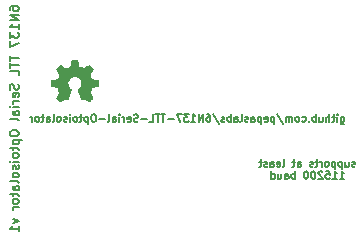
<source format=gbo>
G04 (created by PCBNEW (2013-07-07 BZR 4022)-stable) date 5/5/2015 11:01:01 PM*
%MOIN*%
G04 Gerber Fmt 3.4, Leading zero omitted, Abs format*
%FSLAX34Y34*%
G01*
G70*
G90*
G04 APERTURE LIST*
%ADD10C,0.00590551*%
%ADD11C,0.005*%
%ADD12C,0.006*%
%ADD13C,0.0001*%
G04 APERTURE END LIST*
G54D10*
G54D11*
X92089Y-26589D02*
X92065Y-26601D01*
X92017Y-26601D01*
X91994Y-26589D01*
X91982Y-26565D01*
X91982Y-26553D01*
X91994Y-26529D01*
X92017Y-26517D01*
X92053Y-26517D01*
X92077Y-26505D01*
X92089Y-26482D01*
X92089Y-26470D01*
X92077Y-26446D01*
X92053Y-26434D01*
X92017Y-26434D01*
X91994Y-26446D01*
X91767Y-26434D02*
X91767Y-26601D01*
X91875Y-26434D02*
X91875Y-26565D01*
X91863Y-26589D01*
X91839Y-26601D01*
X91803Y-26601D01*
X91779Y-26589D01*
X91767Y-26577D01*
X91648Y-26434D02*
X91648Y-26684D01*
X91648Y-26446D02*
X91625Y-26434D01*
X91577Y-26434D01*
X91553Y-26446D01*
X91541Y-26458D01*
X91529Y-26482D01*
X91529Y-26553D01*
X91541Y-26577D01*
X91553Y-26589D01*
X91577Y-26601D01*
X91625Y-26601D01*
X91648Y-26589D01*
X91422Y-26434D02*
X91422Y-26684D01*
X91422Y-26446D02*
X91398Y-26434D01*
X91351Y-26434D01*
X91327Y-26446D01*
X91315Y-26458D01*
X91303Y-26482D01*
X91303Y-26553D01*
X91315Y-26577D01*
X91327Y-26589D01*
X91351Y-26601D01*
X91398Y-26601D01*
X91422Y-26589D01*
X91160Y-26601D02*
X91184Y-26589D01*
X91196Y-26577D01*
X91208Y-26553D01*
X91208Y-26482D01*
X91196Y-26458D01*
X91184Y-26446D01*
X91160Y-26434D01*
X91125Y-26434D01*
X91101Y-26446D01*
X91089Y-26458D01*
X91077Y-26482D01*
X91077Y-26553D01*
X91089Y-26577D01*
X91101Y-26589D01*
X91125Y-26601D01*
X91160Y-26601D01*
X90970Y-26601D02*
X90970Y-26434D01*
X90970Y-26482D02*
X90958Y-26458D01*
X90946Y-26446D01*
X90922Y-26434D01*
X90898Y-26434D01*
X90851Y-26434D02*
X90755Y-26434D01*
X90815Y-26351D02*
X90815Y-26565D01*
X90803Y-26589D01*
X90779Y-26601D01*
X90755Y-26601D01*
X90684Y-26589D02*
X90660Y-26601D01*
X90613Y-26601D01*
X90589Y-26589D01*
X90577Y-26565D01*
X90577Y-26553D01*
X90589Y-26529D01*
X90613Y-26517D01*
X90648Y-26517D01*
X90672Y-26505D01*
X90684Y-26482D01*
X90684Y-26470D01*
X90672Y-26446D01*
X90648Y-26434D01*
X90613Y-26434D01*
X90589Y-26446D01*
X90172Y-26601D02*
X90172Y-26470D01*
X90184Y-26446D01*
X90208Y-26434D01*
X90255Y-26434D01*
X90279Y-26446D01*
X90172Y-26589D02*
X90196Y-26601D01*
X90255Y-26601D01*
X90279Y-26589D01*
X90291Y-26565D01*
X90291Y-26541D01*
X90279Y-26517D01*
X90255Y-26505D01*
X90196Y-26505D01*
X90172Y-26494D01*
X90089Y-26434D02*
X89994Y-26434D01*
X90053Y-26351D02*
X90053Y-26565D01*
X90041Y-26589D01*
X90017Y-26601D01*
X89994Y-26601D01*
X89684Y-26601D02*
X89708Y-26589D01*
X89720Y-26565D01*
X89720Y-26351D01*
X89494Y-26589D02*
X89517Y-26601D01*
X89565Y-26601D01*
X89589Y-26589D01*
X89601Y-26565D01*
X89601Y-26470D01*
X89589Y-26446D01*
X89565Y-26434D01*
X89517Y-26434D01*
X89494Y-26446D01*
X89482Y-26470D01*
X89482Y-26494D01*
X89601Y-26517D01*
X89267Y-26601D02*
X89267Y-26470D01*
X89279Y-26446D01*
X89303Y-26434D01*
X89351Y-26434D01*
X89374Y-26446D01*
X89267Y-26589D02*
X89291Y-26601D01*
X89351Y-26601D01*
X89374Y-26589D01*
X89386Y-26565D01*
X89386Y-26541D01*
X89374Y-26517D01*
X89351Y-26505D01*
X89291Y-26505D01*
X89267Y-26494D01*
X89160Y-26589D02*
X89136Y-26601D01*
X89089Y-26601D01*
X89065Y-26589D01*
X89053Y-26565D01*
X89053Y-26553D01*
X89065Y-26529D01*
X89089Y-26517D01*
X89124Y-26517D01*
X89148Y-26505D01*
X89160Y-26482D01*
X89160Y-26470D01*
X89148Y-26446D01*
X89124Y-26434D01*
X89089Y-26434D01*
X89065Y-26446D01*
X88982Y-26434D02*
X88886Y-26434D01*
X88946Y-26351D02*
X88946Y-26565D01*
X88934Y-26589D01*
X88910Y-26601D01*
X88886Y-26601D01*
X91571Y-27001D02*
X91714Y-27001D01*
X91642Y-27001D02*
X91642Y-26751D01*
X91666Y-26786D01*
X91690Y-26810D01*
X91714Y-26822D01*
X91333Y-27001D02*
X91476Y-27001D01*
X91404Y-27001D02*
X91404Y-26751D01*
X91428Y-26786D01*
X91452Y-26810D01*
X91476Y-26822D01*
X91107Y-26751D02*
X91226Y-26751D01*
X91238Y-26870D01*
X91226Y-26858D01*
X91202Y-26846D01*
X91142Y-26846D01*
X91119Y-26858D01*
X91107Y-26870D01*
X91095Y-26894D01*
X91095Y-26953D01*
X91107Y-26977D01*
X91119Y-26989D01*
X91142Y-27001D01*
X91202Y-27001D01*
X91226Y-26989D01*
X91238Y-26977D01*
X91000Y-26775D02*
X90988Y-26763D01*
X90964Y-26751D01*
X90904Y-26751D01*
X90880Y-26763D01*
X90869Y-26775D01*
X90857Y-26798D01*
X90857Y-26822D01*
X90869Y-26858D01*
X91011Y-27001D01*
X90857Y-27001D01*
X90702Y-26751D02*
X90678Y-26751D01*
X90654Y-26763D01*
X90642Y-26775D01*
X90630Y-26798D01*
X90619Y-26846D01*
X90619Y-26905D01*
X90630Y-26953D01*
X90642Y-26977D01*
X90654Y-26989D01*
X90678Y-27001D01*
X90702Y-27001D01*
X90726Y-26989D01*
X90738Y-26977D01*
X90750Y-26953D01*
X90761Y-26905D01*
X90761Y-26846D01*
X90750Y-26798D01*
X90738Y-26775D01*
X90726Y-26763D01*
X90702Y-26751D01*
X90464Y-26751D02*
X90440Y-26751D01*
X90416Y-26763D01*
X90404Y-26775D01*
X90392Y-26798D01*
X90380Y-26846D01*
X90380Y-26905D01*
X90392Y-26953D01*
X90404Y-26977D01*
X90416Y-26989D01*
X90440Y-27001D01*
X90464Y-27001D01*
X90488Y-26989D01*
X90500Y-26977D01*
X90511Y-26953D01*
X90523Y-26905D01*
X90523Y-26846D01*
X90511Y-26798D01*
X90500Y-26775D01*
X90488Y-26763D01*
X90464Y-26751D01*
X90083Y-27001D02*
X90083Y-26751D01*
X90083Y-26846D02*
X90059Y-26834D01*
X90011Y-26834D01*
X89988Y-26846D01*
X89976Y-26858D01*
X89964Y-26882D01*
X89964Y-26953D01*
X89976Y-26977D01*
X89988Y-26989D01*
X90011Y-27001D01*
X90059Y-27001D01*
X90083Y-26989D01*
X89750Y-27001D02*
X89750Y-26870D01*
X89761Y-26846D01*
X89785Y-26834D01*
X89833Y-26834D01*
X89857Y-26846D01*
X89750Y-26989D02*
X89773Y-27001D01*
X89833Y-27001D01*
X89857Y-26989D01*
X89869Y-26965D01*
X89869Y-26941D01*
X89857Y-26917D01*
X89833Y-26905D01*
X89773Y-26905D01*
X89750Y-26894D01*
X89523Y-26834D02*
X89523Y-27001D01*
X89630Y-26834D02*
X89630Y-26965D01*
X89619Y-26989D01*
X89595Y-27001D01*
X89559Y-27001D01*
X89535Y-26989D01*
X89523Y-26977D01*
X89297Y-27001D02*
X89297Y-26751D01*
X89297Y-26989D02*
X89321Y-27001D01*
X89369Y-27001D01*
X89392Y-26989D01*
X89404Y-26977D01*
X89416Y-26953D01*
X89416Y-26882D01*
X89404Y-26858D01*
X89392Y-26846D01*
X89369Y-26834D01*
X89321Y-26834D01*
X89297Y-26846D01*
G54D12*
X80571Y-21385D02*
X80571Y-21328D01*
X80585Y-21300D01*
X80600Y-21285D01*
X80642Y-21257D01*
X80700Y-21242D01*
X80814Y-21242D01*
X80842Y-21257D01*
X80857Y-21271D01*
X80871Y-21300D01*
X80871Y-21357D01*
X80857Y-21385D01*
X80842Y-21400D01*
X80814Y-21414D01*
X80742Y-21414D01*
X80714Y-21400D01*
X80700Y-21385D01*
X80685Y-21357D01*
X80685Y-21300D01*
X80700Y-21271D01*
X80714Y-21257D01*
X80742Y-21242D01*
X80871Y-21542D02*
X80571Y-21542D01*
X80871Y-21714D01*
X80571Y-21714D01*
X80871Y-22014D02*
X80871Y-21842D01*
X80871Y-21928D02*
X80571Y-21928D01*
X80614Y-21900D01*
X80642Y-21871D01*
X80657Y-21842D01*
X80571Y-22114D02*
X80571Y-22300D01*
X80685Y-22200D01*
X80685Y-22242D01*
X80700Y-22271D01*
X80714Y-22285D01*
X80742Y-22300D01*
X80814Y-22300D01*
X80842Y-22285D01*
X80857Y-22271D01*
X80871Y-22242D01*
X80871Y-22157D01*
X80857Y-22128D01*
X80842Y-22114D01*
X80571Y-22400D02*
X80571Y-22600D01*
X80871Y-22471D01*
X80571Y-22899D02*
X80571Y-23071D01*
X80871Y-22985D02*
X80571Y-22985D01*
X80571Y-23128D02*
X80571Y-23299D01*
X80871Y-23214D02*
X80571Y-23214D01*
X80871Y-23542D02*
X80871Y-23399D01*
X80571Y-23399D01*
X80857Y-23857D02*
X80871Y-23899D01*
X80871Y-23971D01*
X80857Y-23999D01*
X80842Y-24014D01*
X80814Y-24028D01*
X80785Y-24028D01*
X80757Y-24014D01*
X80742Y-23999D01*
X80728Y-23971D01*
X80714Y-23914D01*
X80700Y-23885D01*
X80685Y-23871D01*
X80657Y-23857D01*
X80628Y-23857D01*
X80600Y-23871D01*
X80585Y-23885D01*
X80571Y-23914D01*
X80571Y-23985D01*
X80585Y-24028D01*
X80857Y-24271D02*
X80871Y-24242D01*
X80871Y-24185D01*
X80857Y-24157D01*
X80828Y-24142D01*
X80714Y-24142D01*
X80685Y-24157D01*
X80671Y-24185D01*
X80671Y-24242D01*
X80685Y-24271D01*
X80714Y-24285D01*
X80742Y-24285D01*
X80771Y-24142D01*
X80871Y-24414D02*
X80671Y-24414D01*
X80728Y-24414D02*
X80700Y-24428D01*
X80685Y-24442D01*
X80671Y-24471D01*
X80671Y-24499D01*
X80871Y-24599D02*
X80671Y-24599D01*
X80571Y-24599D02*
X80585Y-24585D01*
X80600Y-24599D01*
X80585Y-24614D01*
X80571Y-24599D01*
X80600Y-24599D01*
X80871Y-24871D02*
X80714Y-24871D01*
X80685Y-24857D01*
X80671Y-24828D01*
X80671Y-24771D01*
X80685Y-24742D01*
X80857Y-24871D02*
X80871Y-24842D01*
X80871Y-24771D01*
X80857Y-24742D01*
X80828Y-24728D01*
X80800Y-24728D01*
X80771Y-24742D01*
X80757Y-24771D01*
X80757Y-24842D01*
X80742Y-24871D01*
X80871Y-25057D02*
X80857Y-25028D01*
X80828Y-25014D01*
X80571Y-25014D01*
X80571Y-25457D02*
X80571Y-25514D01*
X80585Y-25542D01*
X80614Y-25571D01*
X80671Y-25585D01*
X80771Y-25585D01*
X80828Y-25571D01*
X80857Y-25542D01*
X80871Y-25514D01*
X80871Y-25457D01*
X80857Y-25428D01*
X80828Y-25399D01*
X80771Y-25385D01*
X80671Y-25385D01*
X80614Y-25399D01*
X80585Y-25428D01*
X80571Y-25457D01*
X80671Y-25714D02*
X80971Y-25714D01*
X80685Y-25714D02*
X80671Y-25742D01*
X80671Y-25799D01*
X80685Y-25828D01*
X80700Y-25842D01*
X80728Y-25857D01*
X80814Y-25857D01*
X80842Y-25842D01*
X80857Y-25828D01*
X80871Y-25799D01*
X80871Y-25742D01*
X80857Y-25714D01*
X80671Y-25942D02*
X80671Y-26057D01*
X80571Y-25985D02*
X80828Y-25985D01*
X80857Y-25999D01*
X80871Y-26028D01*
X80871Y-26057D01*
X80871Y-26199D02*
X80857Y-26171D01*
X80842Y-26157D01*
X80814Y-26142D01*
X80728Y-26142D01*
X80700Y-26157D01*
X80685Y-26171D01*
X80671Y-26199D01*
X80671Y-26242D01*
X80685Y-26271D01*
X80700Y-26285D01*
X80728Y-26299D01*
X80814Y-26299D01*
X80842Y-26285D01*
X80857Y-26271D01*
X80871Y-26242D01*
X80871Y-26199D01*
X80871Y-26428D02*
X80671Y-26428D01*
X80571Y-26428D02*
X80585Y-26414D01*
X80600Y-26428D01*
X80585Y-26442D01*
X80571Y-26428D01*
X80600Y-26428D01*
X80857Y-26557D02*
X80871Y-26585D01*
X80871Y-26642D01*
X80857Y-26671D01*
X80828Y-26685D01*
X80814Y-26685D01*
X80785Y-26671D01*
X80771Y-26642D01*
X80771Y-26599D01*
X80757Y-26571D01*
X80728Y-26557D01*
X80714Y-26557D01*
X80685Y-26571D01*
X80671Y-26599D01*
X80671Y-26642D01*
X80685Y-26671D01*
X80871Y-26857D02*
X80857Y-26828D01*
X80842Y-26814D01*
X80814Y-26799D01*
X80728Y-26799D01*
X80700Y-26814D01*
X80685Y-26828D01*
X80671Y-26857D01*
X80671Y-26899D01*
X80685Y-26928D01*
X80700Y-26942D01*
X80728Y-26957D01*
X80814Y-26957D01*
X80842Y-26942D01*
X80857Y-26928D01*
X80871Y-26899D01*
X80871Y-26857D01*
X80871Y-27128D02*
X80857Y-27099D01*
X80828Y-27085D01*
X80571Y-27085D01*
X80871Y-27371D02*
X80714Y-27371D01*
X80685Y-27357D01*
X80671Y-27328D01*
X80671Y-27271D01*
X80685Y-27242D01*
X80857Y-27371D02*
X80871Y-27342D01*
X80871Y-27271D01*
X80857Y-27242D01*
X80828Y-27228D01*
X80800Y-27228D01*
X80771Y-27242D01*
X80757Y-27271D01*
X80757Y-27342D01*
X80742Y-27371D01*
X80671Y-27471D02*
X80671Y-27585D01*
X80571Y-27514D02*
X80828Y-27514D01*
X80857Y-27528D01*
X80871Y-27557D01*
X80871Y-27585D01*
X80871Y-27728D02*
X80857Y-27700D01*
X80842Y-27685D01*
X80814Y-27671D01*
X80728Y-27671D01*
X80700Y-27685D01*
X80685Y-27700D01*
X80671Y-27728D01*
X80671Y-27771D01*
X80685Y-27800D01*
X80700Y-27814D01*
X80728Y-27828D01*
X80814Y-27828D01*
X80842Y-27814D01*
X80857Y-27800D01*
X80871Y-27771D01*
X80871Y-27728D01*
X80871Y-27957D02*
X80671Y-27957D01*
X80728Y-27957D02*
X80700Y-27971D01*
X80685Y-27985D01*
X80671Y-28014D01*
X80671Y-28042D01*
X80671Y-28342D02*
X80871Y-28414D01*
X80671Y-28485D01*
X80871Y-28757D02*
X80871Y-28585D01*
X80871Y-28671D02*
X80571Y-28671D01*
X80614Y-28642D01*
X80642Y-28614D01*
X80657Y-28585D01*
G54D11*
X91613Y-24934D02*
X91613Y-25136D01*
X91625Y-25160D01*
X91636Y-25172D01*
X91660Y-25184D01*
X91696Y-25184D01*
X91720Y-25172D01*
X91613Y-25089D02*
X91636Y-25101D01*
X91684Y-25101D01*
X91708Y-25089D01*
X91720Y-25077D01*
X91732Y-25053D01*
X91732Y-24982D01*
X91720Y-24958D01*
X91708Y-24946D01*
X91684Y-24934D01*
X91636Y-24934D01*
X91613Y-24946D01*
X91494Y-25101D02*
X91494Y-24934D01*
X91494Y-24851D02*
X91505Y-24863D01*
X91494Y-24875D01*
X91482Y-24863D01*
X91494Y-24851D01*
X91494Y-24875D01*
X91410Y-24934D02*
X91315Y-24934D01*
X91375Y-24851D02*
X91375Y-25065D01*
X91363Y-25089D01*
X91339Y-25101D01*
X91315Y-25101D01*
X91232Y-25101D02*
X91232Y-24851D01*
X91125Y-25101D02*
X91125Y-24970D01*
X91136Y-24946D01*
X91160Y-24934D01*
X91196Y-24934D01*
X91220Y-24946D01*
X91232Y-24958D01*
X90898Y-24934D02*
X90898Y-25101D01*
X91005Y-24934D02*
X91005Y-25065D01*
X90994Y-25089D01*
X90970Y-25101D01*
X90934Y-25101D01*
X90910Y-25089D01*
X90898Y-25077D01*
X90779Y-25101D02*
X90779Y-24851D01*
X90779Y-24946D02*
X90755Y-24934D01*
X90708Y-24934D01*
X90684Y-24946D01*
X90672Y-24958D01*
X90660Y-24982D01*
X90660Y-25053D01*
X90672Y-25077D01*
X90684Y-25089D01*
X90708Y-25101D01*
X90755Y-25101D01*
X90779Y-25089D01*
X90553Y-25077D02*
X90541Y-25089D01*
X90553Y-25101D01*
X90565Y-25089D01*
X90553Y-25077D01*
X90553Y-25101D01*
X90327Y-25089D02*
X90351Y-25101D01*
X90398Y-25101D01*
X90422Y-25089D01*
X90434Y-25077D01*
X90446Y-25053D01*
X90446Y-24982D01*
X90434Y-24958D01*
X90422Y-24946D01*
X90398Y-24934D01*
X90351Y-24934D01*
X90327Y-24946D01*
X90184Y-25101D02*
X90208Y-25089D01*
X90220Y-25077D01*
X90232Y-25053D01*
X90232Y-24982D01*
X90220Y-24958D01*
X90208Y-24946D01*
X90184Y-24934D01*
X90148Y-24934D01*
X90125Y-24946D01*
X90113Y-24958D01*
X90101Y-24982D01*
X90101Y-25053D01*
X90113Y-25077D01*
X90125Y-25089D01*
X90148Y-25101D01*
X90184Y-25101D01*
X89994Y-25101D02*
X89994Y-24934D01*
X89994Y-24958D02*
X89982Y-24946D01*
X89958Y-24934D01*
X89922Y-24934D01*
X89898Y-24946D01*
X89886Y-24970D01*
X89886Y-25101D01*
X89886Y-24970D02*
X89875Y-24946D01*
X89851Y-24934D01*
X89815Y-24934D01*
X89791Y-24946D01*
X89779Y-24970D01*
X89779Y-25101D01*
X89482Y-24839D02*
X89696Y-25160D01*
X89398Y-24934D02*
X89398Y-25184D01*
X89398Y-24946D02*
X89375Y-24934D01*
X89327Y-24934D01*
X89303Y-24946D01*
X89291Y-24958D01*
X89279Y-24982D01*
X89279Y-25053D01*
X89291Y-25077D01*
X89303Y-25089D01*
X89327Y-25101D01*
X89375Y-25101D01*
X89398Y-25089D01*
X89077Y-25089D02*
X89101Y-25101D01*
X89148Y-25101D01*
X89172Y-25089D01*
X89184Y-25065D01*
X89184Y-24970D01*
X89172Y-24946D01*
X89148Y-24934D01*
X89101Y-24934D01*
X89077Y-24946D01*
X89065Y-24970D01*
X89065Y-24994D01*
X89184Y-25017D01*
X88958Y-24934D02*
X88958Y-25184D01*
X88958Y-24946D02*
X88934Y-24934D01*
X88886Y-24934D01*
X88863Y-24946D01*
X88851Y-24958D01*
X88839Y-24982D01*
X88839Y-25053D01*
X88851Y-25077D01*
X88863Y-25089D01*
X88886Y-25101D01*
X88934Y-25101D01*
X88958Y-25089D01*
X88625Y-25101D02*
X88625Y-24970D01*
X88636Y-24946D01*
X88660Y-24934D01*
X88708Y-24934D01*
X88732Y-24946D01*
X88625Y-25089D02*
X88648Y-25101D01*
X88708Y-25101D01*
X88732Y-25089D01*
X88744Y-25065D01*
X88744Y-25041D01*
X88732Y-25017D01*
X88708Y-25005D01*
X88648Y-25005D01*
X88625Y-24994D01*
X88517Y-25089D02*
X88494Y-25101D01*
X88446Y-25101D01*
X88422Y-25089D01*
X88410Y-25065D01*
X88410Y-25053D01*
X88422Y-25029D01*
X88446Y-25017D01*
X88482Y-25017D01*
X88505Y-25005D01*
X88517Y-24982D01*
X88517Y-24970D01*
X88505Y-24946D01*
X88482Y-24934D01*
X88446Y-24934D01*
X88422Y-24946D01*
X88267Y-25101D02*
X88291Y-25089D01*
X88303Y-25065D01*
X88303Y-24851D01*
X88065Y-25101D02*
X88065Y-24970D01*
X88077Y-24946D01*
X88101Y-24934D01*
X88148Y-24934D01*
X88172Y-24946D01*
X88065Y-25089D02*
X88089Y-25101D01*
X88148Y-25101D01*
X88172Y-25089D01*
X88184Y-25065D01*
X88184Y-25041D01*
X88172Y-25017D01*
X88148Y-25005D01*
X88089Y-25005D01*
X88065Y-24994D01*
X87946Y-25101D02*
X87946Y-24851D01*
X87946Y-24946D02*
X87922Y-24934D01*
X87874Y-24934D01*
X87851Y-24946D01*
X87839Y-24958D01*
X87827Y-24982D01*
X87827Y-25053D01*
X87839Y-25077D01*
X87851Y-25089D01*
X87874Y-25101D01*
X87922Y-25101D01*
X87946Y-25089D01*
X87732Y-25089D02*
X87708Y-25101D01*
X87660Y-25101D01*
X87636Y-25089D01*
X87624Y-25065D01*
X87624Y-25053D01*
X87636Y-25029D01*
X87660Y-25017D01*
X87696Y-25017D01*
X87720Y-25005D01*
X87732Y-24982D01*
X87732Y-24970D01*
X87720Y-24946D01*
X87696Y-24934D01*
X87660Y-24934D01*
X87636Y-24946D01*
X87339Y-24839D02*
X87553Y-25160D01*
X87148Y-24851D02*
X87196Y-24851D01*
X87220Y-24863D01*
X87232Y-24875D01*
X87255Y-24910D01*
X87267Y-24958D01*
X87267Y-25053D01*
X87255Y-25077D01*
X87244Y-25089D01*
X87220Y-25101D01*
X87172Y-25101D01*
X87148Y-25089D01*
X87136Y-25077D01*
X87124Y-25053D01*
X87124Y-24994D01*
X87136Y-24970D01*
X87148Y-24958D01*
X87172Y-24946D01*
X87220Y-24946D01*
X87244Y-24958D01*
X87255Y-24970D01*
X87267Y-24994D01*
X87017Y-25101D02*
X87017Y-24851D01*
X86874Y-25101D01*
X86874Y-24851D01*
X86624Y-25101D02*
X86767Y-25101D01*
X86696Y-25101D02*
X86696Y-24851D01*
X86720Y-24886D01*
X86744Y-24910D01*
X86767Y-24922D01*
X86541Y-24851D02*
X86386Y-24851D01*
X86470Y-24946D01*
X86434Y-24946D01*
X86410Y-24958D01*
X86398Y-24970D01*
X86386Y-24994D01*
X86386Y-25053D01*
X86398Y-25077D01*
X86410Y-25089D01*
X86434Y-25101D01*
X86505Y-25101D01*
X86529Y-25089D01*
X86541Y-25077D01*
X86303Y-24851D02*
X86136Y-24851D01*
X86244Y-25101D01*
X86041Y-25005D02*
X85851Y-25005D01*
X85767Y-24851D02*
X85624Y-24851D01*
X85696Y-25101D02*
X85696Y-24851D01*
X85577Y-24851D02*
X85434Y-24851D01*
X85505Y-25101D02*
X85505Y-24851D01*
X85232Y-25101D02*
X85351Y-25101D01*
X85351Y-24851D01*
X85148Y-25005D02*
X84958Y-25005D01*
X84851Y-25089D02*
X84815Y-25101D01*
X84755Y-25101D01*
X84732Y-25089D01*
X84720Y-25077D01*
X84708Y-25053D01*
X84708Y-25029D01*
X84720Y-25005D01*
X84732Y-24994D01*
X84755Y-24982D01*
X84803Y-24970D01*
X84827Y-24958D01*
X84839Y-24946D01*
X84851Y-24922D01*
X84851Y-24898D01*
X84839Y-24875D01*
X84827Y-24863D01*
X84803Y-24851D01*
X84744Y-24851D01*
X84708Y-24863D01*
X84505Y-25089D02*
X84529Y-25101D01*
X84577Y-25101D01*
X84601Y-25089D01*
X84613Y-25065D01*
X84613Y-24970D01*
X84601Y-24946D01*
X84577Y-24934D01*
X84529Y-24934D01*
X84505Y-24946D01*
X84494Y-24970D01*
X84494Y-24994D01*
X84613Y-25017D01*
X84386Y-25101D02*
X84386Y-24934D01*
X84386Y-24982D02*
X84374Y-24958D01*
X84363Y-24946D01*
X84339Y-24934D01*
X84315Y-24934D01*
X84232Y-25101D02*
X84232Y-24934D01*
X84232Y-24851D02*
X84244Y-24863D01*
X84232Y-24875D01*
X84220Y-24863D01*
X84232Y-24851D01*
X84232Y-24875D01*
X84005Y-25101D02*
X84005Y-24970D01*
X84017Y-24946D01*
X84041Y-24934D01*
X84089Y-24934D01*
X84113Y-24946D01*
X84005Y-25089D02*
X84029Y-25101D01*
X84089Y-25101D01*
X84113Y-25089D01*
X84124Y-25065D01*
X84124Y-25041D01*
X84113Y-25017D01*
X84089Y-25005D01*
X84029Y-25005D01*
X84005Y-24994D01*
X83851Y-25101D02*
X83874Y-25089D01*
X83886Y-25065D01*
X83886Y-24851D01*
X83755Y-25005D02*
X83565Y-25005D01*
X83398Y-24851D02*
X83351Y-24851D01*
X83327Y-24863D01*
X83303Y-24886D01*
X83291Y-24934D01*
X83291Y-25017D01*
X83303Y-25065D01*
X83327Y-25089D01*
X83351Y-25101D01*
X83398Y-25101D01*
X83422Y-25089D01*
X83446Y-25065D01*
X83458Y-25017D01*
X83458Y-24934D01*
X83446Y-24886D01*
X83422Y-24863D01*
X83398Y-24851D01*
X83184Y-24934D02*
X83184Y-25184D01*
X83184Y-24946D02*
X83160Y-24934D01*
X83113Y-24934D01*
X83089Y-24946D01*
X83077Y-24958D01*
X83065Y-24982D01*
X83065Y-25053D01*
X83077Y-25077D01*
X83089Y-25089D01*
X83113Y-25101D01*
X83160Y-25101D01*
X83184Y-25089D01*
X82994Y-24934D02*
X82898Y-24934D01*
X82958Y-24851D02*
X82958Y-25065D01*
X82946Y-25089D01*
X82922Y-25101D01*
X82898Y-25101D01*
X82779Y-25101D02*
X82803Y-25089D01*
X82815Y-25077D01*
X82827Y-25053D01*
X82827Y-24982D01*
X82815Y-24958D01*
X82803Y-24946D01*
X82779Y-24934D01*
X82744Y-24934D01*
X82720Y-24946D01*
X82708Y-24958D01*
X82696Y-24982D01*
X82696Y-25053D01*
X82708Y-25077D01*
X82720Y-25089D01*
X82744Y-25101D01*
X82779Y-25101D01*
X82589Y-25101D02*
X82589Y-24934D01*
X82589Y-24851D02*
X82601Y-24863D01*
X82589Y-24875D01*
X82577Y-24863D01*
X82589Y-24851D01*
X82589Y-24875D01*
X82482Y-25089D02*
X82458Y-25101D01*
X82410Y-25101D01*
X82386Y-25089D01*
X82374Y-25065D01*
X82374Y-25053D01*
X82386Y-25029D01*
X82410Y-25017D01*
X82446Y-25017D01*
X82470Y-25005D01*
X82482Y-24982D01*
X82482Y-24970D01*
X82470Y-24946D01*
X82446Y-24934D01*
X82410Y-24934D01*
X82386Y-24946D01*
X82232Y-25101D02*
X82255Y-25089D01*
X82267Y-25077D01*
X82279Y-25053D01*
X82279Y-24982D01*
X82267Y-24958D01*
X82255Y-24946D01*
X82232Y-24934D01*
X82196Y-24934D01*
X82172Y-24946D01*
X82160Y-24958D01*
X82148Y-24982D01*
X82148Y-25053D01*
X82160Y-25077D01*
X82172Y-25089D01*
X82196Y-25101D01*
X82232Y-25101D01*
X82005Y-25101D02*
X82029Y-25089D01*
X82041Y-25065D01*
X82041Y-24851D01*
X81803Y-25101D02*
X81803Y-24970D01*
X81815Y-24946D01*
X81839Y-24934D01*
X81886Y-24934D01*
X81910Y-24946D01*
X81803Y-25089D02*
X81827Y-25101D01*
X81886Y-25101D01*
X81910Y-25089D01*
X81922Y-25065D01*
X81922Y-25041D01*
X81910Y-25017D01*
X81886Y-25005D01*
X81827Y-25005D01*
X81803Y-24994D01*
X81720Y-24934D02*
X81624Y-24934D01*
X81684Y-24851D02*
X81684Y-25065D01*
X81672Y-25089D01*
X81648Y-25101D01*
X81624Y-25101D01*
X81505Y-25101D02*
X81529Y-25089D01*
X81541Y-25077D01*
X81553Y-25053D01*
X81553Y-24982D01*
X81541Y-24958D01*
X81529Y-24946D01*
X81505Y-24934D01*
X81470Y-24934D01*
X81446Y-24946D01*
X81434Y-24958D01*
X81422Y-24982D01*
X81422Y-25053D01*
X81434Y-25077D01*
X81446Y-25089D01*
X81470Y-25101D01*
X81505Y-25101D01*
X81315Y-25101D02*
X81315Y-24934D01*
X81315Y-24982D02*
X81303Y-24958D01*
X81291Y-24946D01*
X81267Y-24934D01*
X81244Y-24934D01*
G54D13*
G36*
X83227Y-24457D02*
X83219Y-24453D01*
X83200Y-24441D01*
X83174Y-24424D01*
X83143Y-24403D01*
X83112Y-24382D01*
X83086Y-24365D01*
X83068Y-24353D01*
X83061Y-24349D01*
X83057Y-24350D01*
X83042Y-24358D01*
X83020Y-24369D01*
X83008Y-24375D01*
X82988Y-24384D01*
X82978Y-24386D01*
X82977Y-24383D01*
X82969Y-24368D01*
X82958Y-24342D01*
X82943Y-24308D01*
X82926Y-24268D01*
X82908Y-24225D01*
X82890Y-24181D01*
X82872Y-24139D01*
X82857Y-24101D01*
X82844Y-24071D01*
X82836Y-24049D01*
X82833Y-24040D01*
X82834Y-24038D01*
X82844Y-24029D01*
X82861Y-24016D01*
X82899Y-23985D01*
X82935Y-23939D01*
X82958Y-23887D01*
X82965Y-23829D01*
X82959Y-23776D01*
X82938Y-23725D01*
X82902Y-23678D01*
X82858Y-23644D01*
X82807Y-23622D01*
X82750Y-23615D01*
X82695Y-23621D01*
X82643Y-23642D01*
X82596Y-23677D01*
X82577Y-23700D01*
X82550Y-23747D01*
X82534Y-23797D01*
X82533Y-23809D01*
X82535Y-23865D01*
X82551Y-23918D01*
X82580Y-23965D01*
X82621Y-24004D01*
X82626Y-24008D01*
X82645Y-24022D01*
X82657Y-24031D01*
X82667Y-24039D01*
X82597Y-24209D01*
X82586Y-24236D01*
X82566Y-24282D01*
X82549Y-24322D01*
X82536Y-24354D01*
X82526Y-24375D01*
X82522Y-24384D01*
X82522Y-24384D01*
X82516Y-24385D01*
X82503Y-24380D01*
X82479Y-24369D01*
X82463Y-24361D01*
X82445Y-24352D01*
X82437Y-24349D01*
X82430Y-24353D01*
X82413Y-24364D01*
X82388Y-24381D01*
X82358Y-24401D01*
X82329Y-24421D01*
X82302Y-24439D01*
X82283Y-24451D01*
X82273Y-24456D01*
X82272Y-24456D01*
X82264Y-24451D01*
X82248Y-24439D01*
X82225Y-24417D01*
X82193Y-24385D01*
X82188Y-24380D01*
X82161Y-24352D01*
X82139Y-24329D01*
X82124Y-24313D01*
X82119Y-24306D01*
X82119Y-24306D01*
X82124Y-24296D01*
X82136Y-24277D01*
X82154Y-24250D01*
X82175Y-24219D01*
X82231Y-24137D01*
X82200Y-24060D01*
X82191Y-24037D01*
X82179Y-24008D01*
X82170Y-23988D01*
X82165Y-23979D01*
X82157Y-23976D01*
X82136Y-23971D01*
X82105Y-23964D01*
X82069Y-23958D01*
X82034Y-23951D01*
X82003Y-23945D01*
X81980Y-23941D01*
X81970Y-23939D01*
X81968Y-23937D01*
X81966Y-23932D01*
X81964Y-23922D01*
X81964Y-23903D01*
X81963Y-23873D01*
X81963Y-23829D01*
X81963Y-23825D01*
X81964Y-23783D01*
X81964Y-23750D01*
X81965Y-23729D01*
X81967Y-23721D01*
X81967Y-23721D01*
X81977Y-23718D01*
X81999Y-23714D01*
X82030Y-23707D01*
X82068Y-23700D01*
X82070Y-23700D01*
X82107Y-23693D01*
X82138Y-23686D01*
X82160Y-23681D01*
X82169Y-23678D01*
X82171Y-23676D01*
X82179Y-23661D01*
X82190Y-23638D01*
X82202Y-23610D01*
X82214Y-23581D01*
X82225Y-23554D01*
X82232Y-23535D01*
X82234Y-23526D01*
X82234Y-23526D01*
X82228Y-23517D01*
X82215Y-23497D01*
X82197Y-23471D01*
X82175Y-23439D01*
X82174Y-23436D01*
X82152Y-23405D01*
X82135Y-23378D01*
X82123Y-23359D01*
X82119Y-23351D01*
X82119Y-23350D01*
X82126Y-23341D01*
X82142Y-23323D01*
X82165Y-23299D01*
X82193Y-23271D01*
X82202Y-23263D01*
X82232Y-23233D01*
X82253Y-23213D01*
X82267Y-23203D01*
X82273Y-23200D01*
X82273Y-23201D01*
X82283Y-23206D01*
X82303Y-23219D01*
X82330Y-23238D01*
X82362Y-23259D01*
X82364Y-23261D01*
X82395Y-23282D01*
X82421Y-23300D01*
X82440Y-23312D01*
X82448Y-23317D01*
X82450Y-23317D01*
X82462Y-23313D01*
X82485Y-23306D01*
X82512Y-23295D01*
X82541Y-23283D01*
X82568Y-23272D01*
X82588Y-23263D01*
X82597Y-23258D01*
X82597Y-23257D01*
X82601Y-23246D01*
X82606Y-23222D01*
X82613Y-23190D01*
X82620Y-23151D01*
X82621Y-23145D01*
X82628Y-23108D01*
X82634Y-23077D01*
X82639Y-23055D01*
X82641Y-23046D01*
X82646Y-23045D01*
X82665Y-23044D01*
X82693Y-23043D01*
X82727Y-23043D01*
X82762Y-23043D01*
X82796Y-23044D01*
X82826Y-23045D01*
X82847Y-23046D01*
X82856Y-23048D01*
X82857Y-23049D01*
X82860Y-23060D01*
X82865Y-23084D01*
X82872Y-23116D01*
X82879Y-23155D01*
X82880Y-23162D01*
X82887Y-23199D01*
X82894Y-23230D01*
X82898Y-23251D01*
X82901Y-23259D01*
X82904Y-23261D01*
X82919Y-23268D01*
X82944Y-23278D01*
X82976Y-23291D01*
X83048Y-23320D01*
X83136Y-23259D01*
X83144Y-23254D01*
X83176Y-23232D01*
X83202Y-23215D01*
X83220Y-23203D01*
X83228Y-23199D01*
X83228Y-23199D01*
X83237Y-23207D01*
X83255Y-23223D01*
X83279Y-23247D01*
X83306Y-23274D01*
X83327Y-23295D01*
X83351Y-23320D01*
X83367Y-23336D01*
X83375Y-23347D01*
X83378Y-23354D01*
X83377Y-23358D01*
X83372Y-23367D01*
X83359Y-23386D01*
X83341Y-23413D01*
X83319Y-23444D01*
X83301Y-23471D01*
X83282Y-23500D01*
X83270Y-23521D01*
X83265Y-23532D01*
X83266Y-23536D01*
X83273Y-23553D01*
X83283Y-23580D01*
X83296Y-23611D01*
X83327Y-23681D01*
X83373Y-23689D01*
X83401Y-23695D01*
X83440Y-23702D01*
X83477Y-23709D01*
X83535Y-23721D01*
X83537Y-23933D01*
X83528Y-23937D01*
X83519Y-23940D01*
X83498Y-23944D01*
X83467Y-23950D01*
X83431Y-23957D01*
X83400Y-23963D01*
X83369Y-23969D01*
X83347Y-23973D01*
X83337Y-23975D01*
X83334Y-23979D01*
X83326Y-23994D01*
X83315Y-24018D01*
X83303Y-24047D01*
X83291Y-24076D01*
X83280Y-24104D01*
X83272Y-24125D01*
X83269Y-24136D01*
X83273Y-24144D01*
X83285Y-24162D01*
X83302Y-24188D01*
X83323Y-24219D01*
X83345Y-24250D01*
X83362Y-24277D01*
X83375Y-24296D01*
X83380Y-24304D01*
X83377Y-24310D01*
X83365Y-24325D01*
X83342Y-24349D01*
X83307Y-24384D01*
X83301Y-24389D01*
X83274Y-24416D01*
X83250Y-24437D01*
X83234Y-24452D01*
X83227Y-24457D01*
X83227Y-24457D01*
G37*
M02*

</source>
